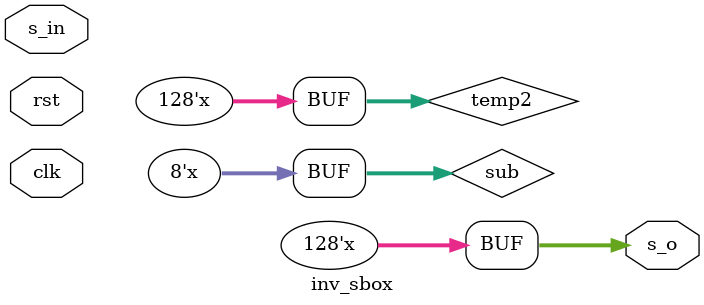
<source format=v>
module inv_sbox (
    input wire [127:0] s_in,
    input wire clk,
    input wire rst,
    output reg [127:0] s_o
);
    reg [4:0] bytecounter=5'b0000;
	reg [2:0] state, next_state=3'b000;
    reg [7:0] sub;
    reg [127:0] temp, temp2=128'b0;

    localparam IDLE = 3'b000;
    localparam SUB_BYTE = 3'b001;
    localparam DONE = 3'b010;

    always @(posedge clk ) begin
        if (!rst&&s_in) begin
            bytecounter <= 5'b00000;
            state <=IDLE;
        
            
        end else begin
            bytecounter <= bytecounter + 1;

            state <= SUB_BYTE;
        end
    end

    always @(*) begin
		
        case (state)

            IDLE: begin
				
                if(s_in)begin
					 temp=s_in;
                
                
				end
                            next_state = SUB_BYTE;
            end

            SUB_BYTE: begin
                   
				if(bytecounter)begin
                case (temp[7:0])
                          8'h00: sub = 8'h52; 8'h01: sub = 8'h09; 8'h02: sub = 8'h6a; 8'h03: sub = 8'hd5;
                        8'h04: sub = 8'h30; 8'h05: sub = 8'h36; 8'h06: sub = 8'ha5; 8'h07: sub = 8'h38;
                        8'h08: sub = 8'hbf; 8'h09: sub = 8'h40; 8'h0a: sub = 8'ha3; 8'h0b: sub = 8'h9e;
                        8'h0c: sub = 8'h81; 8'h0d: sub = 8'hf3; 8'h0e: sub = 8'hd7; 8'h0f: sub = 8'hfb;
                        8'h10: sub = 8'h7c; 8'h11: sub = 8'he3; 8'h12: sub = 8'h39; 8'h13: sub = 8'h82;
                        8'h14: sub = 8'h9b; 8'h15: sub = 8'h2f; 8'h16: sub = 8'hff; 8'h17: sub = 8'h87;
                        8'h18: sub = 8'h34; 8'h19: sub = 8'h8e; 8'h1a: sub = 8'h43; 8'h1b: sub = 8'h44;
                        8'h1c: sub = 8'hc4; 8'h1d: sub = 8'hde; 8'h1e: sub = 8'he9; 8'h1f: sub = 8'hcb;
                        8'h20: sub = 8'h54; 8'h21: sub = 8'h7b; 8'h22: sub = 8'h94; 8'h23: sub = 8'h32;
                        8'h24: sub = 8'ha6; 8'h25: sub = 8'hc2; 8'h26: sub = 8'h23; 8'h27: sub = 8'h3d;
                        8'h28: sub = 8'hee; 8'h29: sub = 8'h4c; 8'h2a: sub = 8'h95; 8'h2b: sub = 8'h0b;
                        8'h2c: sub = 8'h42; 8'h2d: sub = 8'hfa; 8'h2e: sub = 8'hc3; 8'h2f: sub = 8'h4e;
                        8'h30: sub = 8'h08; 8'h31: sub = 8'h2e; 8'h32: sub = 8'ha1; 8'h33: sub = 8'h66;
                        8'h34: sub = 8'h28; 8'h35: sub = 8'hd9; 8'h36: sub = 8'h24; 8'h37: sub = 8'hb2;
                        8'h38: sub = 8'h76; 8'h39: sub = 8'h5b; 8'h3a: sub = 8'ha2; 8'h3b: sub = 8'h49;
                        8'h3c: sub = 8'h6d; 8'h3d: sub = 8'h8b; 8'h3e: sub = 8'hd1; 8'h3f: sub = 8'h25;
                        8'h40: sub = 8'h72; 8'h41: sub = 8'hf8; 8'h42: sub = 8'hf6; 8'h43: sub = 8'h64;
                        8'h44: sub = 8'h86; 8'h45: sub = 8'h68; 8'h46: sub = 8'h98; 8'h47: sub = 8'h16;
                        8'h48: sub = 8'hd4; 8'h49: sub = 8'ha4; 8'h4a: sub = 8'h5c; 8'h4b: sub = 8'hcc;
                        8'h4c: sub = 8'h5d; 8'h4d: sub = 8'h65; 8'h4e: sub = 8'hb6; 8'h4f: sub = 8'h92;
                        8'h50: sub = 8'h6c; 8'h51: sub = 8'h70; 8'h52: sub = 8'h48; 8'h53: sub = 8'h50;
                        8'h54: sub = 8'hfd; 8'h55: sub = 8'hed; 8'h56: sub = 8'hb9; 8'h57: sub = 8'hda;
                        8'h58: sub = 8'h5e; 8'h59: sub = 8'h15; 8'h5a: sub = 8'h46; 8'h5b: sub = 8'h57;
                        8'h5c: sub = 8'ha7; 8'h5d: sub = 8'h8d; 8'h5e: sub = 8'h9d; 8'h5f: sub = 8'h84;
                        8'h60: sub = 8'h90; 8'h61: sub = 8'hd8; 8'h62: sub = 8'hab; 8'h63: sub = 8'h00;
                        8'h64: sub = 8'h8c; 8'h65: sub = 8'hbc; 8'h66: sub = 8'hd3; 8'h67: sub = 8'h0a;
                        8'h68: sub = 8'hf7; 8'h69: sub = 8'he4; 8'h6a: sub = 8'h58; 8'h6b: sub = 8'h05;
                        8'h6c: sub = 8'hb8; 8'h6d: sub = 8'hb3; 8'h6e: sub = 8'h45; 8'h6f: sub = 8'h06;
                        8'h70: sub = 8'hd0; 8'h71: sub = 8'h2c; 8'h72: sub = 8'h1e; 8'h73: sub = 8'h8f;
                        8'h74: sub = 8'hca; 8'h75: sub = 8'h3f; 8'h76: sub = 8'h0f; 8'h77: sub = 8'h02;
                        8'h78: sub = 8'hc1; 8'h79: sub = 8'haf; 8'h7a: sub = 8'hbd; 8'h7b: sub = 8'h03;
                        8'h7c: sub = 8'h01; 8'h7d: sub = 8'h13; 8'h7e: sub = 8'h8a; 8'h7f: sub = 8'h6b;
                        8'h80: sub = 8'h3a; 8'h81: sub = 8'h91; 8'h82: sub = 8'h11; 8'h83: sub = 8'h41;
                        8'h84: sub = 8'h4f; 8'h85: sub = 8'h67; 8'h86: sub = 8'hdc; 8'h87: sub = 8'hea;
                        8'h88: sub = 8'h97; 8'h89: sub = 8'hf2; 8'h8a: sub = 8'hcf; 8'h8b: sub = 8'hce;
                        8'h8c: sub = 8'hf0; 8'h8d: sub = 8'hb4; 8'h8e: sub = 8'he6; 8'h8f: sub = 8'h73;
                        8'h90: sub = 8'h96; 8'h91: sub = 8'hac; 8'h92: sub = 8'h74; 8'h93: sub = 8'h22;
                        8'h94: sub = 8'he7; 8'h95: sub = 8'had; 8'h96: sub = 8'h35; 8'h97: sub = 8'h85;
                        8'h98: sub = 8'he2; 8'h99: sub = 8'hf9; 8'h9a: sub = 8'h37; 8'h9b: sub = 8'he8;
                        8'h9c: sub = 8'h1c; 8'h9d: sub = 8'h75; 8'h9e: sub = 8'hdf; 8'h9f: sub = 8'h6e;
                        8'ha0: sub = 8'h47; 8'ha1: sub = 8'hf1; 8'ha2: sub = 8'h1a; 8'ha3: sub = 8'h71;
                        8'ha4: sub = 8'h1d; 8'ha5: sub = 8'h29; 8'ha6: sub = 8'hc5; 8'ha7: sub = 8'h89;
                        8'ha8: sub = 8'h6f; 8'ha9: sub = 8'hb7; 8'haa: sub = 8'h62; 8'hab: sub = 8'h0e;
                        8'hac: sub = 8'haa; 8'had: sub = 8'h18; 8'hae: sub = 8'hbe; 8'haf: sub = 8'h1b;
                        8'hb0: sub = 8'hfc; 8'hb1: sub = 8'h56; 8'hb2: sub = 8'h3e; 8'hb3: sub = 8'h4b;
                        8'hb4: sub = 8'hc6; 8'hb5: sub = 8'hd2; 8'hb6: sub = 8'h79; 8'hb7: sub = 8'h20;
                        8'hb8: sub = 8'h9a; 8'hb9: sub = 8'hdb; 8'hba: sub = 8'hc0; 8'hbb: sub = 8'hfe;
                        8'hbc: sub = 8'h78; 8'hbd: sub = 8'hcd; 8'hbe: sub = 8'h5a; 8'hbf: sub = 8'hf4;
                        8'hc0: sub = 8'h1f; 8'hc1: sub = 8'hdd; 8'hc2: sub = 8'ha8; 8'hc3: sub = 8'h33;
                        8'hc4: sub = 8'h88; 8'hc5: sub = 8'h07; 8'hc6: sub = 8'hc7; 8'hc7: sub = 8'h31;
                        8'hc8: sub = 8'hb1; 8'hc9: sub = 8'h12; 8'hca: sub = 8'h10; 8'hcb: sub = 8'h59;
                        8'hcc: sub = 8'h27; 8'hcd: sub = 8'h80; 8'hce: sub = 8'hec; 8'hcf: sub = 8'h5f;
                        8'hd0: sub = 8'h60; 8'hd1: sub = 8'h51; 8'hd2: sub = 8'h7f; 8'hd3: sub = 8'ha9;
                        8'hd4: sub = 8'h19; 8'hd5: sub = 8'hb5; 8'hd6: sub = 8'h4a; 8'hd7: sub = 8'h0d;
                        8'hd8: sub = 8'h2d; 8'hd9: sub = 8'he5; 8'hda: sub = 8'h7a; 8'hdb: sub = 8'h9f;
                        8'hdc: sub = 8'h93; 8'hdd: sub = 8'hc9; 8'hde: sub = 8'h9c; 8'hdf: sub = 8'hef;
                        8'he0: sub = 8'ha0; 8'he1: sub = 8'he0; 8'he2: sub = 8'h3b; 8'he3: sub = 8'h4d;
                        8'he4: sub = 8'hae; 8'he5: sub = 8'h2a; 8'he6: sub = 8'hf5; 8'he7: sub = 8'hb0;
                        8'he8: sub = 8'hc8; 8'he9: sub = 8'heb; 8'hea: sub = 8'hbb; 8'heb: sub = 8'h3c;
                        8'hec: sub = 8'h83; 8'hed: sub = 8'h53; 8'hee: sub = 8'h99; 8'hef: sub = 8'h61;
                        8'hf0: sub = 8'h17; 8'hf1: sub = 8'h2b; 8'hf2: sub = 8'h04; 8'hf3: sub = 8'h7e;
                        8'hf4: sub = 8'hba; 8'hf5: sub = 8'h77; 8'hf6: sub = 8'hd6; 8'hf7: sub = 8'h26;
                        8'hf8: sub = 8'he1; 8'hf9: sub = 8'h69; 8'hfa: sub = 8'h14; 8'hfb: sub = 8'h63;
                        8'hfc: sub = 8'h55; 8'hfd: sub = 8'h21; 8'hfe: sub = 8'h0c; 8'hff: sub = 8'h7d;
                    endcase
 
                temp2 = {sub[7:0], temp2[127:8]};
                temp = temp >> 8;
			end
                  if (bytecounter == 5'h10) begin
                     s_o = temp2;
                      next_state<=DONE;
                  end
                
            end
            DONE:begin
                
                 s_o = temp2;
            next_state=IDLE;
            
            end
             
        endcase
    end
endmodule

</source>
